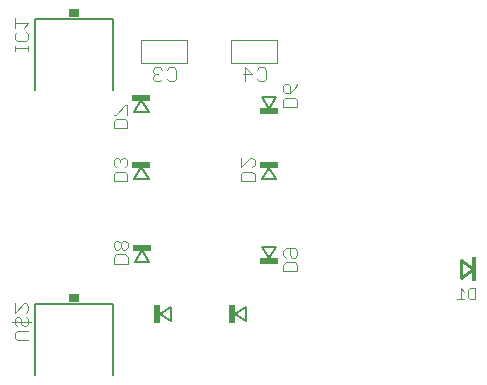
<source format=gbr>
G04 EAGLE Gerber X2 export*
%TF.Part,Single*%
%TF.FileFunction,Legend,Bot,1*%
%TF.FilePolarity,Positive*%
%TF.GenerationSoftware,Autodesk,EAGLE,8.7.0*%
%TF.CreationDate,2018-05-03T09:05:19Z*%
G75*
%MOMM*%
%FSLAX34Y34*%
%LPD*%
%AMOC8*
5,1,8,0,0,1.08239X$1,22.5*%
G01*
%ADD10C,0.050800*%
%ADD11C,0.101600*%
%ADD12C,0.203200*%
%ADD13R,1.574800X0.609600*%
%ADD14R,0.609600X1.574800*%
%ADD15C,0.254000*%
%ADD16R,0.300000X2.100000*%
%ADD17R,0.863600X0.762000*%


D10*
X208870Y377520D02*
X248330Y377520D01*
X248330Y397180D02*
X208870Y397180D01*
X208870Y377520D01*
X248330Y377520D02*
X248330Y397180D01*
D11*
X232933Y374152D02*
X230984Y372203D01*
X232933Y374152D02*
X236831Y374152D01*
X238780Y372203D01*
X238780Y364407D01*
X236831Y362458D01*
X232933Y362458D01*
X230984Y364407D01*
X227086Y372203D02*
X225137Y374152D01*
X221239Y374152D01*
X219290Y372203D01*
X219290Y370254D01*
X221239Y368305D01*
X223188Y368305D01*
X221239Y368305D02*
X219290Y366356D01*
X219290Y364407D01*
X221239Y362458D01*
X225137Y362458D01*
X227086Y364407D01*
D10*
X285070Y377520D02*
X324530Y377520D01*
X324530Y397180D02*
X285070Y397180D01*
X285070Y377520D01*
X324530Y377520D02*
X324530Y397180D01*
D11*
X309133Y374152D02*
X307184Y372203D01*
X309133Y374152D02*
X313031Y374152D01*
X314980Y372203D01*
X314980Y364407D01*
X313031Y362458D01*
X309133Y362458D01*
X307184Y364407D01*
X297439Y362458D02*
X297439Y374152D01*
X303286Y368305D01*
X295490Y368305D01*
D12*
X317297Y289277D02*
X311297Y279277D01*
X317297Y289277D02*
X323297Y279277D01*
X311297Y279277D01*
D13*
X317297Y291135D03*
D11*
X305369Y277907D02*
X293675Y277907D01*
X293675Y283754D01*
X295624Y285703D01*
X303420Y285703D01*
X305369Y283754D01*
X305369Y277907D01*
X293675Y289601D02*
X293675Y297397D01*
X293675Y289601D02*
X301471Y297397D01*
X303420Y297397D01*
X305369Y295448D01*
X305369Y291550D01*
X303420Y289601D01*
D12*
X209550Y289480D02*
X203550Y279480D01*
X209550Y289480D02*
X215550Y279480D01*
X203550Y279480D01*
D13*
X209550Y291338D03*
D11*
X197622Y278110D02*
X185928Y278110D01*
X185928Y283957D01*
X187877Y285906D01*
X195673Y285906D01*
X197622Y283957D01*
X197622Y278110D01*
X195673Y289804D02*
X197622Y291753D01*
X197622Y295651D01*
X195673Y297600D01*
X193724Y297600D01*
X191775Y295651D01*
X191775Y293702D01*
X191775Y295651D02*
X189826Y297600D01*
X187877Y297600D01*
X185928Y295651D01*
X185928Y291753D01*
X187877Y289804D01*
D12*
X317500Y339170D02*
X323500Y349170D01*
X317500Y339170D02*
X311500Y349170D01*
X323500Y349170D01*
D13*
X317500Y337312D03*
D11*
X329438Y340868D02*
X341132Y340868D01*
X329438Y340868D02*
X329438Y346715D01*
X331387Y348664D01*
X339183Y348664D01*
X341132Y346715D01*
X341132Y340868D01*
X339183Y356460D02*
X341132Y360358D01*
X339183Y356460D02*
X335285Y352562D01*
X331387Y352562D01*
X329438Y354511D01*
X329438Y358409D01*
X331387Y360358D01*
X333336Y360358D01*
X335285Y358409D01*
X335285Y352562D01*
D12*
X209550Y346630D02*
X203550Y336630D01*
X209550Y346630D02*
X215550Y336630D01*
X203550Y336630D01*
D13*
X209550Y348488D03*
D11*
X197622Y322560D02*
X185928Y322560D01*
X185928Y328407D01*
X187877Y330356D01*
X195673Y330356D01*
X197622Y328407D01*
X197622Y322560D01*
X197622Y334254D02*
X197622Y342050D01*
X195673Y342050D01*
X187877Y334254D01*
X185928Y334254D01*
D12*
X224870Y165100D02*
X234870Y159100D01*
X224870Y165100D02*
X234870Y171100D01*
X234870Y159100D01*
D14*
X223012Y165100D03*
D12*
X288370Y165100D02*
X298370Y159100D01*
X288370Y165100D02*
X298370Y171100D01*
X298370Y159100D01*
D14*
X286512Y165100D03*
D12*
X203753Y209427D02*
X209753Y219427D01*
X215753Y209427D01*
X203753Y209427D01*
D13*
X209753Y221285D03*
D11*
X197825Y208057D02*
X186131Y208057D01*
X186131Y213904D01*
X188080Y215853D01*
X195876Y215853D01*
X197825Y213904D01*
X197825Y208057D01*
X195876Y219751D02*
X197825Y221700D01*
X197825Y225598D01*
X195876Y227547D01*
X193927Y227547D01*
X191978Y225598D01*
X190029Y227547D01*
X188080Y227547D01*
X186131Y225598D01*
X186131Y221700D01*
X188080Y219751D01*
X190029Y219751D01*
X191978Y221700D01*
X193927Y219751D01*
X195876Y219751D01*
X191978Y221700D02*
X191978Y225598D01*
D12*
X317703Y212373D02*
X323703Y222373D01*
X317703Y212373D02*
X311703Y222373D01*
X323703Y222373D01*
D13*
X317703Y210515D03*
D11*
X329641Y201371D02*
X341335Y201371D01*
X329641Y201371D02*
X329641Y207218D01*
X331590Y209167D01*
X339386Y209167D01*
X341335Y207218D01*
X341335Y201371D01*
X331590Y213065D02*
X329641Y215014D01*
X329641Y218912D01*
X331590Y220861D01*
X339386Y220861D01*
X341335Y218912D01*
X341335Y215014D01*
X339386Y213065D01*
X337437Y213065D01*
X335488Y215014D01*
X335488Y220861D01*
D15*
X480100Y210700D02*
X490600Y203200D01*
X480100Y196200D02*
X480100Y210700D01*
X490600Y203200D02*
X480100Y196200D01*
D16*
X491100Y203200D03*
D11*
X492252Y187460D02*
X492252Y178308D01*
X487676Y178308D01*
X486151Y179833D01*
X486151Y185935D01*
X487676Y187460D01*
X492252Y187460D01*
X482897Y184409D02*
X479846Y187460D01*
X479846Y178308D01*
X476796Y178308D02*
X482897Y178308D01*
D12*
X185166Y355346D02*
X185170Y415290D01*
X119630Y415290D01*
X119634Y355346D01*
D11*
X102108Y388424D02*
X102108Y392322D01*
X102108Y390373D02*
X113802Y390373D01*
X113802Y388424D02*
X113802Y392322D01*
X113802Y402067D02*
X111853Y404016D01*
X113802Y402067D02*
X113802Y398169D01*
X111853Y396220D01*
X104057Y396220D01*
X102108Y398169D01*
X102108Y402067D01*
X104057Y404016D01*
X109904Y407914D02*
X113802Y411812D01*
X102108Y411812D01*
X102108Y407914D02*
X102108Y415710D01*
D17*
X152400Y420116D03*
D12*
X185170Y173990D02*
X185166Y114046D01*
X185170Y173990D02*
X119630Y173990D01*
X119634Y114046D01*
D11*
X113802Y143226D02*
X104057Y143226D01*
X102108Y145175D01*
X102108Y149073D01*
X104057Y151022D01*
X113802Y151022D01*
X104057Y154920D02*
X102108Y156869D01*
X102108Y160767D01*
X104057Y162716D01*
X106006Y162716D01*
X107955Y160767D01*
X107955Y156869D01*
X109904Y154920D01*
X111853Y154920D01*
X113802Y156869D01*
X113802Y160767D01*
X111853Y162716D01*
X115751Y158818D02*
X100159Y158818D01*
X102108Y166614D02*
X102108Y174410D01*
X102108Y166614D02*
X109904Y174410D01*
X111853Y174410D01*
X113802Y172461D01*
X113802Y168563D01*
X111853Y166614D01*
D17*
X152400Y178816D03*
M02*

</source>
